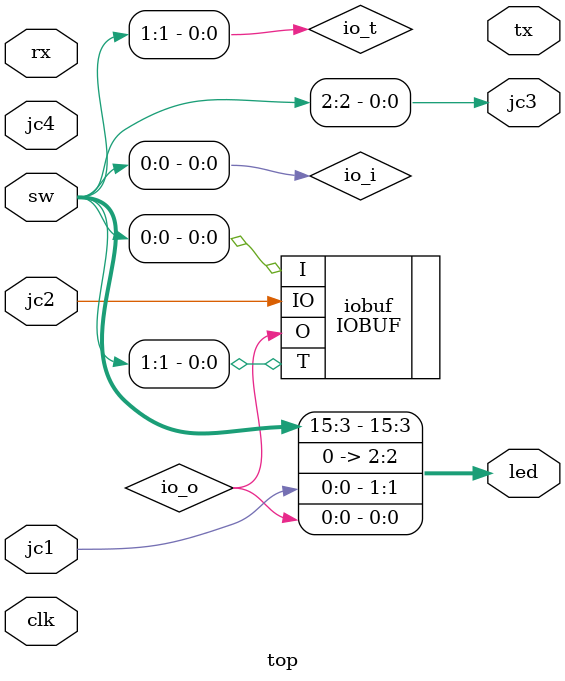
<source format=v>
/*
In this test a single IOBUF is controlled by switches. There is also one
input (connected to a LED) and one oputput (controlled by a switch) that.
can be used for verification of 3-state I/O.

This test requires a physical jumper to be installed on the Basys3 board.
Depending on which pins are connected we have different truth tables of
LED output w.r.t. switch input.

Truth table. When JC.1 is connected to JC.2:

SW2 SW1 SW0 | LED1 LED0
 0   0   0  |  0    0
 0   0   1  |  1    1
 0   1   0  |  x    x
 0   1   1  |  x    x
 1   0   0  |  0    0
 1   0   1  |  1    1
 1   1   0  |  x    x
 1   1   1  |  x    x


Truth table. When JC.3 is connected to JC.2:

SW2 SW1 SW0 | LED1 LED0
 0   0   0  |  x    0
 0   0   1  |  x    1
 0   1   0  |  x    0
 0   1   1  |  x    0
 1   0   0  |  x    0
 1   0   1  |  x    1
 1   1   0  |  x    1
 1   1   1  |  x    1

*/
`default_nettype none

// ============================================================================

module top (
    input wire clk,

    input  wire rx,
    output wire tx,

    input  wire [15:0] sw,
    output wire [15:0] led,

    input  wire jc1,
    inout  wire jc2,
    output wire jc3,
    input  wire jc4  // unused
);

  // ============================================================================
  // IOBUF
  wire io_i;
  wire io_o;
  wire io_t;

  IOBUF #(
      .IOSTANDARD("LVCMOS33"),
      .DRIVE(12),
      .SLEW("SLOW")
  ) iobuf (
      .I (io_i),
      .T (io_t),
      .O (io_o),
      .IO(jc2)  // Directly to the module ledput
  );

  // ============================================================================

  // SW0 controls IOBUF.I
  assign io_i = sw[0];
  // SW1 controls IOBUF.T
  assign io_t = sw[1];
  // SW2 controls OBUF.I (JC.3)
  assign jc3 = sw[2];

  // LED0 swdicates IOBUF.O
  assign led[0] = io_o;
  // LED1 is connected to JC.1
  assign led[1] = jc1;

  // Unused IOs - SW->LED passthrough.
  assign led[15:2] = {sw[15:3], 1'd0};

endmodule


</source>
